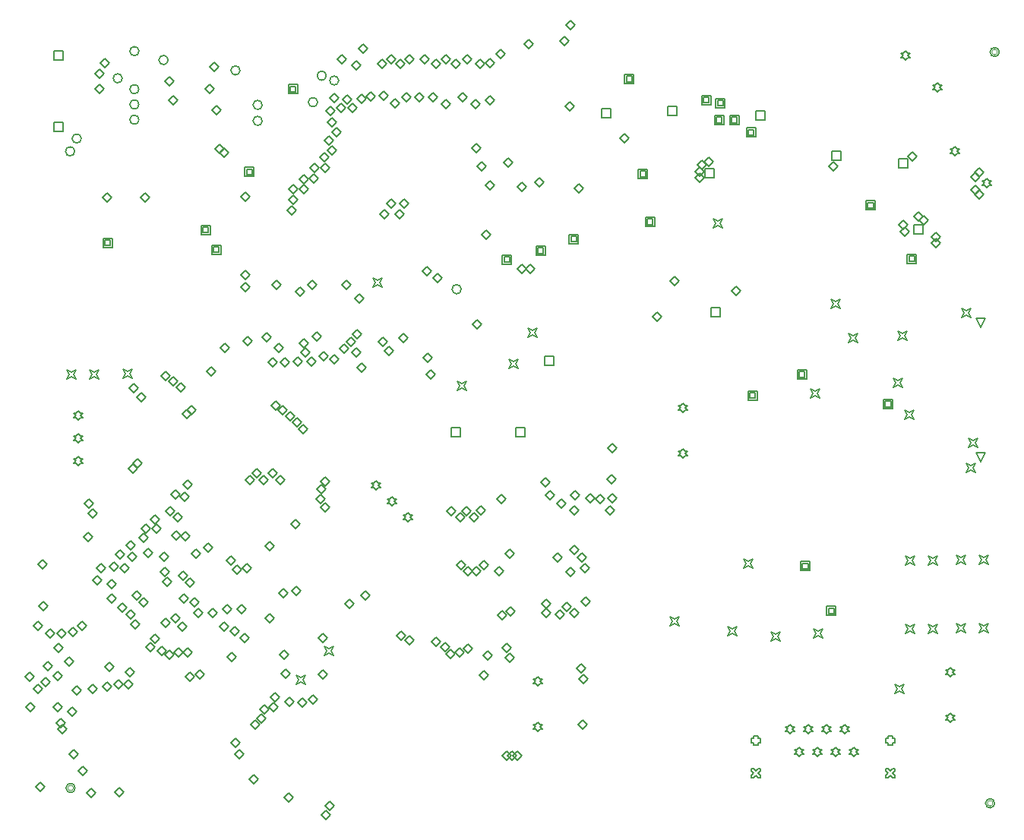
<source format=gbr>
%TF.GenerationSoftware,Altium Limited,Altium Designer,23.1.1 (15)*%
G04 Layer_Color=2752767*
%FSLAX45Y45*%
%MOMM*%
%TF.SameCoordinates,06D7CB19-584F-49B0-A036-24662F40C1B1*%
%TF.FilePolarity,Positive*%
%TF.FileFunction,Drawing*%
%TF.Part,Single*%
G01*
G75*
%TA.AperFunction,NonConductor*%
%ADD185C,0.12700*%
%ADD186C,0.16933*%
%ADD187C,0.10160*%
D185*
X8937190Y-10057330D02*
X8962590Y-10031930D01*
X8987990D01*
X8962590Y-10006530D01*
X8987990Y-9981130D01*
X8962590D01*
X8937190Y-9955730D01*
X8911790Y-9981130D01*
X8886390D01*
X8911790Y-10006530D01*
X8886390Y-10031930D01*
X8911790D01*
X8937190Y-10057330D01*
X9296400Y-10416540D02*
X9321800Y-10391140D01*
X9347200D01*
X9321800Y-10365740D01*
X9347200Y-10340340D01*
X9321800D01*
X9296400Y-10314940D01*
X9271000Y-10340340D01*
X9245600D01*
X9271000Y-10365740D01*
X9245600Y-10391140D01*
X9271000D01*
X9296400Y-10416540D01*
X9484360Y-11125200D02*
X9509760Y-11099800D01*
X9535160D01*
X9509760Y-11074400D01*
X9535160Y-11049000D01*
X9509760D01*
X9484360Y-11023600D01*
X9458960Y-11049000D01*
X9433560D01*
X9458960Y-11074400D01*
X9433560Y-11099800D01*
X9458960D01*
X9484360Y-11125200D01*
X9843570Y-11484410D02*
X9868970Y-11459010D01*
X9894370D01*
X9868970Y-11433610D01*
X9894370Y-11408210D01*
X9868970D01*
X9843570Y-11382810D01*
X9818170Y-11408210D01*
X9792770D01*
X9818170Y-11433610D01*
X9792770Y-11459010D01*
X9818170D01*
X9843570Y-11484410D01*
X9773919Y-13042900D02*
X9723119Y-12941299D01*
X9824719D01*
X9773919Y-13042900D01*
Y-14541499D02*
X9723119Y-14439900D01*
X9824719D01*
X9773919Y-14541499D01*
X3874235Y-14259560D02*
Y-14157961D01*
X3975835D01*
Y-14259560D01*
X3874235D01*
X4598135D02*
Y-14157961D01*
X4699735D01*
Y-14259560D01*
X4598135D01*
X6459220Y-14500861D02*
X6484620Y-14475459D01*
X6510020D01*
X6484620Y-14450060D01*
X6510020Y-14424660D01*
X6484620D01*
X6459220Y-14399260D01*
X6433820Y-14424660D01*
X6408420D01*
X6433820Y-14450060D01*
X6408420Y-14475459D01*
X6433820D01*
X6459220Y-14500861D01*
Y-13992860D02*
X6484620Y-13967461D01*
X6510020D01*
X6484620Y-13942059D01*
X6510020Y-13916660D01*
X6484620D01*
X6459220Y-13891260D01*
X6433820Y-13916660D01*
X6408420D01*
X6433820Y-13942059D01*
X6408420Y-13967461D01*
X6433820D01*
X6459220Y-13992860D01*
X9756140Y-15684500D02*
X9781540Y-15633701D01*
X9756140Y-15582899D01*
X9806940Y-15608299D01*
X9857740Y-15582899D01*
X9832340Y-15633701D01*
X9857740Y-15684500D01*
X9806940Y-15659100D01*
X9756140Y-15684500D01*
Y-16446500D02*
X9781540Y-16395700D01*
X9756140Y-16344901D01*
X9806940Y-16370300D01*
X9857740Y-16344901D01*
X9832340Y-16395700D01*
X9857740Y-16446500D01*
X9806940Y-16421100D01*
X9756140Y-16446500D01*
X9502140Y-15684500D02*
X9527540Y-15633701D01*
X9502140Y-15582899D01*
X9552940Y-15608299D01*
X9603740Y-15582899D01*
X9578340Y-15633701D01*
X9603740Y-15684500D01*
X9552940Y-15659100D01*
X9502140Y-15684500D01*
Y-16446500D02*
X9527540Y-16395700D01*
X9502140Y-16344901D01*
X9552940Y-16370300D01*
X9603740Y-16344901D01*
X9578340Y-16395700D01*
X9603740Y-16446500D01*
X9552940Y-16421100D01*
X9502140Y-16446500D01*
X8935720Y-16449040D02*
X8961120Y-16398241D01*
X8935720Y-16347440D01*
X8986520Y-16372839D01*
X9037320Y-16347440D01*
X9011920Y-16398241D01*
X9037320Y-16449040D01*
X8986520Y-16423640D01*
X8935720Y-16449040D01*
X9189720D02*
X9215120Y-16398241D01*
X9189720Y-16347440D01*
X9240520Y-16372839D01*
X9291320Y-16347440D01*
X9265920Y-16398241D01*
X9291320Y-16449040D01*
X9240520Y-16423640D01*
X9189720Y-16449040D01*
Y-15687041D02*
X9215120Y-15636240D01*
X9189720Y-15585440D01*
X9240520Y-15610840D01*
X9291320Y-15585440D01*
X9265920Y-15636240D01*
X9291320Y-15687041D01*
X9240520Y-15661639D01*
X9189720Y-15687041D01*
X8935720D02*
X8961120Y-15636240D01*
X8935720Y-15585440D01*
X8986520Y-15610840D01*
X9037320Y-15585440D01*
X9011920Y-15636240D01*
X9037320Y-15687041D01*
X8986520Y-15661639D01*
X8935720Y-15687041D01*
X9438639Y-16931641D02*
X9464039Y-16906239D01*
X9489439D01*
X9464039Y-16880840D01*
X9489439Y-16855440D01*
X9464039D01*
X9438639Y-16830040D01*
X9413239Y-16855440D01*
X9387839D01*
X9413239Y-16880840D01*
X9387839Y-16906239D01*
X9413239D01*
X9438639Y-16931641D01*
Y-17439639D02*
X9464039Y-17414240D01*
X9489439D01*
X9464039Y-17388840D01*
X9489439Y-17363440D01*
X9464039D01*
X9438639Y-17338040D01*
X9413239Y-17363440D01*
X9387839D01*
X9413239Y-17388840D01*
X9387839Y-17414240D01*
X9413239D01*
X9438639Y-17439639D01*
X7221220Y-18059401D02*
X7246620D01*
X7272020Y-18034001D01*
X7297420Y-18059401D01*
X7322820D01*
Y-18034001D01*
X7297420Y-18008601D01*
X7322820Y-17983202D01*
Y-17957800D01*
X7297420D01*
X7272020Y-17983202D01*
X7246620Y-17957800D01*
X7221220D01*
Y-17983202D01*
X7246620Y-18008601D01*
X7221220Y-18034001D01*
Y-18059401D01*
X8721222D02*
X8746622D01*
X8772022Y-18034001D01*
X8797422Y-18059401D01*
X8822822D01*
Y-18034001D01*
X8797422Y-18008601D01*
X8822822Y-17983202D01*
Y-17957800D01*
X8797422D01*
X8772022Y-17983202D01*
X8746622Y-17957800D01*
X8721222D01*
Y-17983202D01*
X8746622Y-18008601D01*
X8721222Y-18034001D01*
Y-18059401D01*
X7652019Y-17572401D02*
X7677419Y-17547002D01*
X7702819D01*
X7677419Y-17521600D01*
X7702819Y-17496201D01*
X7677419D01*
X7652019Y-17470801D01*
X7626619Y-17496201D01*
X7601219D01*
X7626619Y-17521600D01*
X7601219Y-17547002D01*
X7626619D01*
X7652019Y-17572401D01*
X7754021Y-17826401D02*
X7779421Y-17801001D01*
X7804821D01*
X7779421Y-17775601D01*
X7804821Y-17750201D01*
X7779421D01*
X7754021Y-17724802D01*
X7728621Y-17750201D01*
X7703221D01*
X7728621Y-17775601D01*
X7703221Y-17801001D01*
X7728621D01*
X7754021Y-17826401D01*
X7958018D02*
X7983418Y-17801001D01*
X8008818D01*
X7983418Y-17775601D01*
X8008818Y-17750201D01*
X7983418D01*
X7958018Y-17724802D01*
X7932618Y-17750201D01*
X7907218D01*
X7932618Y-17775601D01*
X7907218Y-17801001D01*
X7932618D01*
X7958018Y-17826401D01*
X8060019Y-17572401D02*
X8085419Y-17547002D01*
X8110819D01*
X8085419Y-17521600D01*
X8110819Y-17496201D01*
X8085419D01*
X8060019Y-17470801D01*
X8034619Y-17496201D01*
X8009219D01*
X8034619Y-17521600D01*
X8009219Y-17547002D01*
X8034619D01*
X8060019Y-17572401D01*
X7856022D02*
X7881422Y-17547002D01*
X7906822D01*
X7881422Y-17521600D01*
X7906822Y-17496201D01*
X7881422D01*
X7856022Y-17470801D01*
X7830622Y-17496201D01*
X7805222D01*
X7830622Y-17521600D01*
X7805222Y-17547002D01*
X7830622D01*
X7856022Y-17572401D01*
X7248022Y-17674001D02*
Y-17699400D01*
X7298822D01*
Y-17674001D01*
X7324222D01*
Y-17623201D01*
X7298822D01*
Y-17597801D01*
X7248022D01*
Y-17623201D01*
X7222622D01*
Y-17674001D01*
X7248022D01*
X8264022Y-17572401D02*
X8289422Y-17547002D01*
X8314822D01*
X8289422Y-17521600D01*
X8314822Y-17496201D01*
X8289422D01*
X8264022Y-17470801D01*
X8238622Y-17496201D01*
X8213222D01*
X8238622Y-17521600D01*
X8213222Y-17547002D01*
X8238622D01*
X8264022Y-17572401D01*
X8746622Y-17674001D02*
Y-17699400D01*
X8797422D01*
Y-17674001D01*
X8822822D01*
Y-17623201D01*
X8797422D01*
Y-17597801D01*
X8746622D01*
Y-17623201D01*
X8721222D01*
Y-17674001D01*
X8746622D01*
X8366018Y-17826401D02*
X8391418Y-17801001D01*
X8416818D01*
X8391418Y-17775601D01*
X8416818Y-17750201D01*
X8391418D01*
X8366018Y-17724802D01*
X8340618Y-17750201D01*
X8315218D01*
X8340618Y-17775601D01*
X8315218Y-17801001D01*
X8340618D01*
X8366018Y-17826401D01*
X8162021Y-17826402D02*
X8187421Y-17801003D01*
X8212821D01*
X8187421Y-17775603D01*
X8212821Y-17750201D01*
X8187421D01*
X8162021Y-17724802D01*
X8136621Y-17750201D01*
X8111221D01*
X8136621Y-17775603D01*
X8111221Y-17801003D01*
X8136621D01*
X8162021Y-17826402D01*
X4843780Y-17546320D02*
X4869180Y-17520920D01*
X4894580D01*
X4869180Y-17495520D01*
X4894580Y-17470120D01*
X4869180D01*
X4843780Y-17444720D01*
X4818380Y-17470120D01*
X4792980D01*
X4818380Y-17495520D01*
X4792980Y-17520920D01*
X4818380D01*
X4843780Y-17546320D01*
Y-17038319D02*
X4869180Y-17012920D01*
X4894580D01*
X4869180Y-16987520D01*
X4894580Y-16962120D01*
X4869180D01*
X4843780Y-16936720D01*
X4818380Y-16962120D01*
X4792980D01*
X4818380Y-16987520D01*
X4792980Y-17012920D01*
X4818380D01*
X4843780Y-17038319D01*
X2463800Y-16700500D02*
X2489200Y-16649699D01*
X2463800Y-16598900D01*
X2514600Y-16624300D01*
X2565400Y-16598900D01*
X2540000Y-16649699D01*
X2565400Y-16700500D01*
X2514600Y-16675101D01*
X2463800Y-16700500D01*
X2144117Y-17016647D02*
X2169517Y-16965848D01*
X2144117Y-16915048D01*
X2194917Y-16940448D01*
X2245717Y-16915048D01*
X2220317Y-16965848D01*
X2245717Y-17016647D01*
X2194917Y-16991248D01*
X2144117Y-17016647D01*
X3391970Y-15210590D02*
X3417370Y-15185190D01*
X3442770D01*
X3417370Y-15159790D01*
X3442770Y-15134390D01*
X3417370D01*
X3391970Y-15108990D01*
X3366570Y-15134390D01*
X3341170D01*
X3366570Y-15159790D01*
X3341170Y-15185190D01*
X3366570D01*
X3391970Y-15210590D01*
X3032760Y-14851379D02*
X3058160Y-14825980D01*
X3083560D01*
X3058160Y-14800580D01*
X3083560Y-14775180D01*
X3058160D01*
X3032760Y-14749780D01*
X3007360Y-14775180D01*
X2981960D01*
X3007360Y-14800580D01*
X2981960Y-14825980D01*
X3007360D01*
X3032760Y-14851379D01*
X3212365Y-15030984D02*
X3237765Y-15005585D01*
X3263165D01*
X3237765Y-14980185D01*
X3263165Y-14954785D01*
X3237765D01*
X3212365Y-14929385D01*
X3186965Y-14954785D01*
X3161565D01*
X3186965Y-14980185D01*
X3161565Y-15005585D01*
X3186965D01*
X3212365Y-15030984D01*
X-279400Y-14071600D02*
X-254000Y-14046201D01*
X-228600D01*
X-254000Y-14020799D01*
X-228600Y-13995399D01*
X-254000D01*
X-279400Y-13970000D01*
X-304800Y-13995399D01*
X-330200D01*
X-304800Y-14020799D01*
X-330200Y-14046201D01*
X-304800D01*
X-279400Y-14071600D01*
Y-14579601D02*
X-254000Y-14554201D01*
X-228600D01*
X-254000Y-14528799D01*
X-228600Y-14503400D01*
X-254000D01*
X-279400Y-14478000D01*
X-304800Y-14503400D01*
X-330200D01*
X-304800Y-14528799D01*
X-330200Y-14554201D01*
X-304800D01*
X-279400Y-14579601D01*
Y-14325600D02*
X-254000Y-14300200D01*
X-228600D01*
X-254000Y-14274800D01*
X-228600Y-14249400D01*
X-254000D01*
X-279400Y-14224001D01*
X-304800Y-14249400D01*
X-330200D01*
X-304800Y-14274800D01*
X-330200Y-14300200D01*
X-304800D01*
X-279400Y-14325600D01*
X-157479Y-13619479D02*
X-132079Y-13568680D01*
X-157479Y-13517880D01*
X-106679Y-13543280D01*
X-55879Y-13517880D01*
X-81279Y-13568680D01*
X-55879Y-13619479D01*
X-106679Y-13594080D01*
X-157479Y-13619479D01*
X-411479D02*
X-386079Y-13568680D01*
X-411479Y-13517880D01*
X-360679Y-13543280D01*
X-309879Y-13517880D01*
X-335279Y-13568680D01*
X-309879Y-13619479D01*
X-360679Y-13594080D01*
X-411479Y-13619479D01*
X-554700Y-10859684D02*
Y-10758084D01*
X-453100D01*
Y-10859684D01*
X-554700D01*
X-554700Y-10059681D02*
Y-9958081D01*
X-453100D01*
Y-10059681D01*
X-554700D01*
X3823544Y-15088445D02*
X3874344Y-15037643D01*
X3925144Y-15088445D01*
X3874344Y-15139244D01*
X3823544Y-15088445D01*
X5194238Y-15078152D02*
X5245038Y-15027353D01*
X5295838Y-15078152D01*
X5245038Y-15128954D01*
X5194238Y-15078152D01*
X2014220Y-18277840D02*
X2065020Y-18227040D01*
X2115820Y-18277840D01*
X2065020Y-18328641D01*
X2014220Y-18277840D01*
X467360Y-16601440D02*
X518160Y-16550639D01*
X568960Y-16601440D01*
X518160Y-16652240D01*
X467360Y-16601440D01*
X301201Y-16355060D02*
X352001Y-16304260D01*
X402801Y-16355060D01*
X352001Y-16405859D01*
X301201Y-16355060D01*
X2392680Y-16913503D02*
X2443480Y-16862701D01*
X2494280Y-16913503D01*
X2443480Y-16964302D01*
X2392680Y-16913503D01*
X1618629Y-18079720D02*
X1669429Y-18028920D01*
X1720229Y-18079720D01*
X1669429Y-18130521D01*
X1618629Y-18079720D01*
X1457960Y-17800320D02*
X1508760Y-17749519D01*
X1559560Y-17800320D01*
X1508760Y-17851120D01*
X1457960Y-17800320D01*
X5274238Y-16841019D02*
X5325038Y-16790219D01*
X5375838Y-16841019D01*
X5325038Y-16891818D01*
X5274238Y-16841019D01*
X5295900Y-16959579D02*
X5346700Y-16908780D01*
X5397500Y-16959579D01*
X5346700Y-17010381D01*
X5295900Y-16959579D01*
X2027472Y-14034808D02*
X2078272Y-13984007D01*
X2129072Y-14034808D01*
X2078272Y-14085608D01*
X2027472Y-14034808D01*
X2169526Y-14174814D02*
X2220326Y-14124014D01*
X2271126Y-14174814D01*
X2220326Y-14225613D01*
X2169526Y-14174814D01*
X2103694Y-14099541D02*
X2154494Y-14048740D01*
X2205294Y-14099541D01*
X2154494Y-14150340D01*
X2103694Y-14099541D01*
X4076010Y-15155067D02*
X4126810Y-15104268D01*
X4177610Y-15155067D01*
X4126810Y-15205869D01*
X4076010Y-15155067D01*
X3996836Y-15093983D02*
X4047636Y-15043182D01*
X4098436Y-15093983D01*
X4047636Y-15144783D01*
X3996836Y-15093983D01*
X4155440Y-15077440D02*
X4206240Y-15026640D01*
X4257040Y-15077440D01*
X4206240Y-15128239D01*
X4155440Y-15077440D01*
X3921541Y-15159790D02*
X3972341Y-15108990D01*
X4023141Y-15159790D01*
X3972341Y-15210590D01*
X3921541Y-15159790D01*
X694561Y-15091269D02*
X745361Y-15040469D01*
X796161Y-15091269D01*
X745361Y-15142068D01*
X694561Y-15091269D01*
X418905Y-15287585D02*
X469705Y-15236786D01*
X520505Y-15287585D01*
X469705Y-15338387D01*
X418905Y-15287585D01*
X517757Y-15180812D02*
X568557Y-15130013D01*
X619357Y-15180812D01*
X568557Y-15231612D01*
X517757Y-15180812D01*
X771668Y-15155688D02*
X822468Y-15104887D01*
X873268Y-15155688D01*
X822468Y-15206488D01*
X771668Y-15155688D01*
X394993Y-15384685D02*
X445793Y-15333885D01*
X496593Y-15384685D01*
X445793Y-15435484D01*
X394993Y-15384685D01*
X1863998Y-13909290D02*
X1914798Y-13858490D01*
X1965598Y-13909290D01*
X1914798Y-13960091D01*
X1863998Y-13909290D01*
X1946529Y-13965758D02*
X1997329Y-13914957D01*
X2048129Y-13965758D01*
X1997329Y-14016557D01*
X1946529Y-13965758D01*
X3942080Y-13746480D02*
X3967480Y-13695680D01*
X3942080Y-13644881D01*
X3992880Y-13670280D01*
X4043680Y-13644881D01*
X4018280Y-13695680D01*
X4043680Y-13746480D01*
X3992880Y-13721080D01*
X3942080Y-13746480D01*
X4378912Y-14954498D02*
X4429712Y-14903699D01*
X4480512Y-14954498D01*
X4429712Y-15005299D01*
X4378912Y-14954498D01*
X5376868Y-14946841D02*
X5427668Y-14896040D01*
X5478468Y-14946841D01*
X5427668Y-14997641D01*
X5376868Y-14946841D01*
X2865120Y-16032480D02*
X2915920Y-15981680D01*
X2966720Y-16032480D01*
X2915920Y-16083279D01*
X2865120Y-16032480D01*
X5034239Y-16238220D02*
X5085039Y-16187421D01*
X5135839Y-16238220D01*
X5085039Y-16289020D01*
X5034239Y-16238220D01*
X4881880Y-16123988D02*
X4932680Y-16073189D01*
X4983480Y-16123988D01*
X4932680Y-16174789D01*
X4881880Y-16123988D01*
X4394200Y-16253461D02*
X4445000Y-16202660D01*
X4495800Y-16253461D01*
X4445000Y-16304260D01*
X4394200Y-16253461D01*
X4881507Y-16223988D02*
X4932307Y-16173189D01*
X4983107Y-16223988D01*
X4932307Y-16274789D01*
X4881507Y-16223988D01*
X4485555Y-16208060D02*
X4536355Y-16157260D01*
X4587155Y-16208060D01*
X4536355Y-16258859D01*
X4485555Y-16208060D01*
X2093799Y-15978799D02*
X2144599Y-15927998D01*
X2195399Y-15978799D01*
X2144599Y-16029599D01*
X2093799Y-15978799D01*
X3266440Y-16482060D02*
X3317240Y-16431261D01*
X3368040Y-16482060D01*
X3317240Y-16532860D01*
X3266440Y-16482060D01*
X3357880Y-16525240D02*
X3408680Y-16474440D01*
X3459480Y-16525240D01*
X3408680Y-16576041D01*
X3357880Y-16525240D01*
X1325880Y-16179800D02*
X1376680Y-16128999D01*
X1427480Y-16179800D01*
X1376680Y-16230600D01*
X1325880Y-16179800D01*
X1485165Y-16184145D02*
X1535965Y-16133345D01*
X1586765Y-16184145D01*
X1535965Y-16234946D01*
X1485165Y-16184145D01*
X4234240Y-16695419D02*
X4285040Y-16644620D01*
X4335840Y-16695419D01*
X4285040Y-16746220D01*
X4234240Y-16695419D01*
X4188460Y-16918941D02*
X4239260Y-16868140D01*
X4290060Y-16918941D01*
X4239260Y-16969740D01*
X4188460Y-16918941D01*
X4474239Y-16720821D02*
X4525039Y-16670020D01*
X4575839Y-16720821D01*
X4525039Y-16771620D01*
X4474239Y-16720821D01*
X4443428Y-16616702D02*
X4494228Y-16565903D01*
X4545028Y-16616702D01*
X4494228Y-16667502D01*
X4443428Y-16616702D01*
X5154808Y-15769469D02*
X5205608Y-15718669D01*
X5256408Y-15769469D01*
X5205608Y-15820268D01*
X5154808Y-15769469D01*
X5310194Y-15726210D02*
X5360994Y-15675410D01*
X5411794Y-15726210D01*
X5360994Y-15777010D01*
X5310194Y-15726210D01*
X747215Y-14901044D02*
X798015Y-14850244D01*
X848815Y-14901044D01*
X798015Y-14951843D01*
X747215Y-14901044D01*
X756920Y-15359380D02*
X807720Y-15308580D01*
X858520Y-15359380D01*
X807720Y-15410181D01*
X756920Y-15359380D01*
X2419325Y-14758646D02*
X2470125Y-14707846D01*
X2520925Y-14758646D01*
X2470125Y-14809447D01*
X2419325Y-14758646D01*
X858520Y-15369540D02*
X909320Y-15318739D01*
X960120Y-15369540D01*
X909320Y-15420340D01*
X858520Y-15369540D01*
X4354993Y-15756572D02*
X4405793Y-15705772D01*
X4456593Y-15756572D01*
X4405793Y-15807372D01*
X4354993Y-15756572D01*
X4107160Y-15758160D02*
X4157960Y-15707359D01*
X4208760Y-15758160D01*
X4157960Y-15808960D01*
X4107160Y-15758160D01*
X4007160D02*
X4057960Y-15707359D01*
X4108760Y-15758160D01*
X4057960Y-15808960D01*
X4007160Y-15758160D01*
X3932953Y-15690746D02*
X3983753Y-15639944D01*
X4034553Y-15690746D01*
X3983753Y-15741545D01*
X3932953Y-15690746D01*
X4192070Y-15692120D02*
X4242870Y-15641319D01*
X4293670Y-15692120D01*
X4242870Y-15742920D01*
X4192070Y-15692120D01*
X2415454Y-15051978D02*
X2466254Y-15001178D01*
X2517054Y-15051978D01*
X2466254Y-15102779D01*
X2415454Y-15051978D01*
X2364603Y-14955640D02*
X2415403Y-14904840D01*
X2466203Y-14955640D01*
X2415403Y-15006441D01*
X2364603Y-14955640D01*
X1922780Y-14739619D02*
X1973580Y-14688820D01*
X2024380Y-14739619D01*
X1973580Y-14790421D01*
X1922780Y-14739619D01*
X1833880Y-14669698D02*
X1884680Y-14618898D01*
X1935480Y-14669698D01*
X1884680Y-14720499D01*
X1833880Y-14669698D01*
X1728780Y-14740517D02*
X1779580Y-14689716D01*
X1830380Y-14740517D01*
X1779580Y-14791316D01*
X1728780Y-14740517D01*
X2371838Y-14847234D02*
X2422638Y-14796434D01*
X2473438Y-14847234D01*
X2422638Y-14898035D01*
X2371838Y-14847234D01*
X1798299Y-15478799D02*
X1849099Y-15428000D01*
X1899899Y-15478799D01*
X1849099Y-15529601D01*
X1798299Y-15478799D01*
X1838960Y-17274541D02*
X1889760Y-17223740D01*
X1940560Y-17274541D01*
X1889760Y-17325340D01*
X1838960Y-17274541D01*
X5194300Y-16228059D02*
X5245100Y-16177260D01*
X5295900Y-16228059D01*
X5245100Y-16278860D01*
X5194300Y-16228059D01*
X4876800Y-14770100D02*
X4927600Y-14719299D01*
X4978400Y-14770100D01*
X4927600Y-14820900D01*
X4876800Y-14770100D01*
X4925410Y-14910263D02*
X4976210Y-14859464D01*
X5027010Y-14910263D01*
X4976210Y-14961063D01*
X4925410Y-14910263D01*
X5047753Y-15004402D02*
X5098553Y-14953603D01*
X5149353Y-15004402D01*
X5098553Y-15055202D01*
X5047753Y-15004402D01*
X5199843Y-14910263D02*
X5250643Y-14859464D01*
X5301443Y-14910263D01*
X5250643Y-14961063D01*
X5199843Y-14910263D01*
X887295Y-14793140D02*
X938095Y-14742340D01*
X988895Y-14793140D01*
X938095Y-14843941D01*
X887295Y-14793140D01*
X849269Y-14927728D02*
X900069Y-14876929D01*
X950869Y-14927728D01*
X900069Y-14978529D01*
X849269Y-14927728D01*
X5481520Y-14955573D02*
X5532320Y-14904773D01*
X5583120Y-14955573D01*
X5532320Y-15006374D01*
X5481520Y-14955573D01*
X5614881Y-14946841D02*
X5665681Y-14896040D01*
X5716481Y-14946841D01*
X5665681Y-14997641D01*
X5614881Y-14946841D01*
X534818Y-15281458D02*
X585618Y-15230656D01*
X636418Y-15281458D01*
X585618Y-15332257D01*
X534818Y-15281458D01*
X5321300Y-16095979D02*
X5372100Y-16045180D01*
X5422900Y-16095979D01*
X5372100Y-16146780D01*
X5321300Y-16095979D01*
X1975708Y-16901561D02*
X2026508Y-16850761D01*
X2077308Y-16901561D01*
X2026508Y-16952361D01*
X1975708Y-16901561D01*
X1635760Y-17472659D02*
X1686560Y-17421860D01*
X1737360Y-17472659D01*
X1686560Y-17523460D01*
X1635760Y-17472659D01*
X1709420Y-17399001D02*
X1760220Y-17348199D01*
X1811020Y-17399001D01*
X1760220Y-17449800D01*
X1709420Y-17399001D01*
X1743106Y-17303036D02*
X1793906Y-17252237D01*
X1844706Y-17303036D01*
X1793906Y-17353838D01*
X1743106Y-17303036D01*
X1861955Y-17165320D02*
X1912755Y-17114520D01*
X1963555Y-17165320D01*
X1912755Y-17216119D01*
X1861955Y-17165320D01*
X3815080Y-16677640D02*
X3865880Y-16626840D01*
X3916680Y-16677640D01*
X3865880Y-16728439D01*
X3815080Y-16677640D01*
X3914241Y-16664940D02*
X3965041Y-16614140D01*
X4015841Y-16664940D01*
X3965041Y-16715739D01*
X3914241Y-16664940D01*
X4007275Y-16626627D02*
X4058075Y-16575826D01*
X4108875Y-16626627D01*
X4058075Y-16677426D01*
X4007275Y-16626627D01*
X3754241Y-16601559D02*
X3805041Y-16550760D01*
X3855841Y-16601559D01*
X3805041Y-16652361D01*
X3754241Y-16601559D01*
X914400Y-16936720D02*
X965200Y-16885921D01*
X1016000Y-16936720D01*
X965200Y-16987520D01*
X914400Y-16936720D01*
X881711Y-16662428D02*
X932511Y-16611629D01*
X983311Y-16662428D01*
X932511Y-16713228D01*
X881711Y-16662428D01*
X781713Y-16661794D02*
X832513Y-16610992D01*
X883313Y-16661794D01*
X832513Y-16712593D01*
X781713Y-16661794D01*
X686777Y-16693422D02*
X737577Y-16642622D01*
X788377Y-16693422D01*
X737577Y-16744221D01*
X686777Y-16693422D01*
X121920Y-18224500D02*
X172720Y-18173700D01*
X223520Y-18224500D01*
X172720Y-18275301D01*
X121920Y-18224500D01*
X-279751Y-17989015D02*
X-228951Y-17938216D01*
X-178151Y-17989015D01*
X-228951Y-18039815D01*
X-279751Y-17989015D01*
X-78752Y-15726137D02*
X-27952Y-15675337D01*
X22848Y-15726137D01*
X-27952Y-15776936D01*
X-78752Y-15726137D01*
X-120014Y-15862225D02*
X-69214Y-15811424D01*
X-18414Y-15862225D01*
X-69214Y-15913025D01*
X-120014Y-15862225D01*
X65433Y-15710507D02*
X116233Y-15659708D01*
X167033Y-15710507D01*
X116233Y-15761307D01*
X65433Y-15710507D01*
X8107680Y-12827000D02*
X8133080Y-12776200D01*
X8107680Y-12725400D01*
X8158480Y-12750800D01*
X8209280Y-12725400D01*
X8183880Y-12776200D01*
X8209280Y-12827000D01*
X8158480Y-12801601D01*
X8107680Y-12827000D01*
X6995616Y-12631750D02*
X7046416Y-12580950D01*
X7097216Y-12631750D01*
X7046416Y-12682550D01*
X6995616Y-12631750D01*
X8803640Y-13713460D02*
X8829040Y-13662660D01*
X8803640Y-13611861D01*
X8854440Y-13637260D01*
X8905240Y-13611861D01*
X8879840Y-13662660D01*
X8905240Y-13713460D01*
X8854440Y-13688060D01*
X8803640Y-13713460D01*
X8849360Y-13185139D02*
X8874760Y-13134340D01*
X8849360Y-13083540D01*
X8900160Y-13108940D01*
X8950960Y-13083540D01*
X8925560Y-13134340D01*
X8950960Y-13185139D01*
X8900160Y-13159740D01*
X8849360Y-13185139D01*
X5189220Y-12105640D02*
Y-12004040D01*
X5290820D01*
Y-12105640D01*
X5189220D01*
X5209540Y-12085320D02*
Y-12024360D01*
X5270500D01*
Y-12085320D01*
X5209540D01*
X4819432Y-12236232D02*
Y-12134632D01*
X4921032D01*
Y-12236232D01*
X4819432D01*
X4839752Y-12215912D02*
Y-12154952D01*
X4900712D01*
Y-12215912D01*
X4839752D01*
X4917440Y-13464540D02*
Y-13362939D01*
X5019040D01*
Y-13464540D01*
X4917440D01*
X6118459Y-12924541D02*
X6169259Y-12873741D01*
X6220059Y-12924541D01*
X6169259Y-12975340D01*
X6118459Y-12924541D01*
X6314440Y-12522200D02*
X6365240Y-12471400D01*
X6416040Y-12522200D01*
X6365240Y-12573000D01*
X6314440Y-12522200D01*
X5156200Y-9669780D02*
X5207000Y-9618980D01*
X5257800Y-9669780D01*
X5207000Y-9720580D01*
X5156200Y-9669780D01*
X5082540Y-9847580D02*
X5133340Y-9796780D01*
X5184140Y-9847580D01*
X5133340Y-9898380D01*
X5082540Y-9847580D01*
X4686250Y-9880575D02*
X4737050Y-9829775D01*
X4787850Y-9880575D01*
X4737050Y-9931375D01*
X4686250Y-9880575D01*
X2523858Y-10487722D02*
X2574658Y-10436922D01*
X2625458Y-10487722D01*
X2574658Y-10538522D01*
X2523858Y-10487722D01*
X2662213Y-10499257D02*
X2713013Y-10448457D01*
X2763813Y-10499257D01*
X2713013Y-10550057D01*
X2662213Y-10499257D01*
X2824480Y-10492740D02*
X2875280Y-10441940D01*
X2926080Y-10492740D01*
X2875280Y-10543540D01*
X2824480Y-10492740D01*
X2725420Y-10596880D02*
X2776220Y-10546080D01*
X2827020Y-10596880D01*
X2776220Y-10647680D01*
X2725420Y-10596880D01*
X6040120Y-11915140D02*
Y-11813540D01*
X6141720D01*
Y-11915140D01*
X6040120D01*
X6060440Y-11894820D02*
Y-11833860D01*
X6121400D01*
Y-11894820D01*
X6060440D01*
X5242560Y-11488420D02*
X5293360Y-11437620D01*
X5344160Y-11488420D01*
X5293360Y-11539220D01*
X5242560Y-11488420D01*
X4371340Y-9994900D02*
X4422140Y-9944100D01*
X4472940Y-9994900D01*
X4422140Y-10045700D01*
X4371340Y-9994900D01*
X5547360Y-10706100D02*
Y-10604500D01*
X5648960D01*
Y-10706100D01*
X5547360D01*
X2603221Y-10048332D02*
X2654021Y-9997532D01*
X2704821Y-10048332D01*
X2654021Y-10099132D01*
X2603221Y-10048332D01*
X6283960Y-10681970D02*
Y-10580370D01*
X6385560D01*
Y-10681970D01*
X6283960D01*
X2766060Y-10121900D02*
X2816860Y-10071100D01*
X2867660Y-10121900D01*
X2816860Y-10172700D01*
X2766060Y-10121900D01*
X4446070Y-12334240D02*
Y-12232640D01*
X4547670D01*
Y-12334240D01*
X4446070D01*
X4466390Y-12313920D02*
Y-12252960D01*
X4527350D01*
Y-12313920D01*
X4466390D01*
X3671246Y-12493876D02*
X3722046Y-12443076D01*
X3772846Y-12493876D01*
X3722046Y-12544676D01*
X3671246Y-12493876D01*
X3550920Y-12415520D02*
X3601720Y-12364720D01*
X3652520Y-12415520D01*
X3601720Y-12466320D01*
X3550920Y-12415520D01*
X-4028Y-12148820D02*
Y-12047220D01*
X97572D01*
Y-12148820D01*
X-4028D01*
X16292Y-12128500D02*
Y-12067540D01*
X77252D01*
Y-12128500D01*
X16292D01*
X-10160Y-11595100D02*
X40640Y-11544300D01*
X91440Y-11595100D01*
X40640Y-11645900D01*
X-10160Y-11595100D01*
X408940Y-11592560D02*
X459740Y-11541760D01*
X510540Y-11592560D01*
X459740Y-11643360D01*
X408940Y-11592560D01*
X5808980Y-10322560D02*
Y-10220960D01*
X5910580D01*
Y-10322560D01*
X5808980D01*
X5829300Y-10302240D02*
Y-10241280D01*
X5890260D01*
Y-10302240D01*
X5829300D01*
X5961380Y-11381740D02*
Y-11280140D01*
X6062980D01*
Y-11381740D01*
X5961380D01*
X5981700Y-11361420D02*
Y-11300460D01*
X6042660D01*
Y-11361420D01*
X5981700D01*
X723900Y-10510520D02*
X774700Y-10459720D01*
X825500Y-10510520D01*
X774700Y-10561320D01*
X723900Y-10510520D01*
X1183640Y-10134600D02*
X1234440Y-10083800D01*
X1285240Y-10134600D01*
X1234440Y-10185400D01*
X1183640Y-10134600D01*
X686864Y-10297758D02*
X737664Y-10246958D01*
X788464Y-10297758D01*
X737664Y-10348558D01*
X686864Y-10297758D01*
X2059940Y-10434320D02*
Y-10332720D01*
X2161540D01*
Y-10434320D01*
X2059940D01*
X2080260Y-10414000D02*
Y-10353040D01*
X2141220D01*
Y-10414000D01*
X2080260D01*
X1575870Y-11359857D02*
Y-11258257D01*
X1677470D01*
Y-11359857D01*
X1575870D01*
X1596190Y-11339537D02*
Y-11278577D01*
X1657150D01*
Y-11339537D01*
X1596190D01*
X2479040Y-10629900D02*
X2529840Y-10579100D01*
X2580640Y-10629900D01*
X2529840Y-10680700D01*
X2479040Y-10629900D01*
X1205501Y-12226401D02*
Y-12124801D01*
X1307101D01*
Y-12226401D01*
X1205501D01*
X1225821Y-12206081D02*
Y-12145121D01*
X1286781D01*
Y-12206081D01*
X1225821D01*
X3251200Y-11783060D02*
X3302000Y-11732260D01*
X3352800Y-11783060D01*
X3302000Y-11833860D01*
X3251200Y-11783060D01*
X3081020D02*
X3131820Y-11732260D01*
X3182620Y-11783060D01*
X3131820Y-11833860D01*
X3081020Y-11783060D01*
X3002180Y-12588507D02*
X3027580Y-12537707D01*
X3002180Y-12486907D01*
X3052980Y-12512307D01*
X3103780Y-12486907D01*
X3078380Y-12537707D01*
X3103780Y-12588507D01*
X3052980Y-12563107D01*
X3002180Y-12588507D01*
X3157220Y-11663680D02*
X3208020Y-11612880D01*
X3258820Y-11663680D01*
X3208020Y-11714480D01*
X3157220Y-11663680D01*
X3301520Y-11659335D02*
X3352320Y-11608535D01*
X3403120Y-11659335D01*
X3352320Y-11710135D01*
X3301520Y-11659335D01*
X1529080Y-11582968D02*
X1579880Y-11532168D01*
X1630680Y-11582968D01*
X1579880Y-11633768D01*
X1529080Y-11582968D01*
X1244600Y-11049000D02*
X1295400Y-10998200D01*
X1346200Y-11049000D01*
X1295400Y-11099800D01*
X1244600Y-11049000D01*
X1290320Y-11094720D02*
X1341120Y-11043920D01*
X1391920Y-11094720D01*
X1341120Y-11145520D01*
X1290320Y-11094720D01*
X1085650Y-12004040D02*
Y-11902440D01*
X1187250D01*
Y-12004040D01*
X1085650D01*
X1105970Y-11983720D02*
Y-11922760D01*
X1166930D01*
Y-11983720D01*
X1105970D01*
X4211020Y-12009520D02*
X4261820Y-11958720D01*
X4312620Y-12009520D01*
X4261820Y-12060320D01*
X4211020Y-12009520D01*
X4255658Y-11460480D02*
X4306458Y-11409680D01*
X4357258Y-11460480D01*
X4306458Y-11511280D01*
X4255658Y-11460480D01*
X4805680Y-11427460D02*
X4856480Y-11376660D01*
X4907280Y-11427460D01*
X4856480Y-11478260D01*
X4805680Y-11427460D01*
X4612640Y-11473180D02*
X4663440Y-11422380D01*
X4714240Y-11473180D01*
X4663440Y-11523980D01*
X4612640Y-11473180D01*
X4099560Y-11046880D02*
X4150360Y-10996080D01*
X4201160Y-11046880D01*
X4150360Y-11097680D01*
X4099560Y-11046880D01*
X7165340Y-10916920D02*
Y-10815320D01*
X7266940D01*
Y-10916920D01*
X7165340D01*
X7185660Y-10896600D02*
Y-10835640D01*
X7246620D01*
Y-10896600D01*
X7185660D01*
X6766560Y-12918440D02*
Y-12816840D01*
X6868160D01*
Y-12918440D01*
X6766560D01*
X6797040Y-11927840D02*
X6822440Y-11877040D01*
X6797040Y-11826240D01*
X6847840Y-11851640D01*
X6898640Y-11826240D01*
X6873240Y-11877040D01*
X6898640Y-11927840D01*
X6847840Y-11902440D01*
X6797040Y-11927840D01*
X2844875Y-9933940D02*
X2895675Y-9883140D01*
X2946475Y-9933940D01*
X2895675Y-9984740D01*
X2844875Y-9933940D01*
X5755640Y-10934700D02*
X5806440Y-10883900D01*
X5857240Y-10934700D01*
X5806440Y-10985500D01*
X5755640Y-10934700D01*
X5148580Y-10576560D02*
X5199380Y-10525760D01*
X5250180Y-10576560D01*
X5199380Y-10627360D01*
X5148580Y-10576560D01*
X4254500Y-10507980D02*
X4305300Y-10457180D01*
X4356100Y-10507980D01*
X4305300Y-10558780D01*
X4254500Y-10507980D01*
X4612640Y-12392660D02*
X4663440Y-12341860D01*
X4714240Y-12392660D01*
X4663440Y-12443460D01*
X4612640Y-12392660D01*
X4706620Y-12390120D02*
X4757420Y-12339320D01*
X4808220Y-12390120D01*
X4757420Y-12440920D01*
X4706620Y-12390120D01*
X6596380Y-11301530D02*
X6647180Y-11250730D01*
X6697980Y-11301530D01*
X6647180Y-11352330D01*
X6596380Y-11301530D01*
X3289300Y-13159740D02*
X3340100Y-13108940D01*
X3390900Y-13159740D01*
X3340100Y-13210539D01*
X3289300Y-13159740D01*
X3061543Y-13202921D02*
X3112343Y-13152119D01*
X3163143Y-13202921D01*
X3112343Y-13253720D01*
X3061543Y-13202921D01*
X6621780Y-11226800D02*
X6672580Y-11176000D01*
X6723380Y-11226800D01*
X6672580Y-11277600D01*
X6621780Y-11226800D01*
X6980655Y-10779760D02*
Y-10678160D01*
X7082255D01*
Y-10779760D01*
X6980655D01*
X7000975Y-10759440D02*
Y-10698480D01*
X7061935D01*
Y-10759440D01*
X7000975D01*
X6809740Y-10779760D02*
Y-10678160D01*
X6911340D01*
Y-10779760D01*
X6809740D01*
X6830060Y-10759440D02*
Y-10698480D01*
X6891020D01*
Y-10759440D01*
X6830060D01*
X6824385Y-10590590D02*
Y-10488990D01*
X6925985D01*
Y-10590590D01*
X6824385D01*
X6844705Y-10570270D02*
Y-10509310D01*
X6905665D01*
Y-10570270D01*
X6844705D01*
X6664960Y-10558780D02*
Y-10457180D01*
X6766560D01*
Y-10558780D01*
X6664960D01*
X6685280Y-10538460D02*
Y-10477500D01*
X6746240D01*
Y-10538460D01*
X6685280D01*
X7266940Y-10731500D02*
Y-10629900D01*
X7368540D01*
Y-10731500D01*
X7266940D01*
X6692900Y-11196320D02*
X6743700Y-11145520D01*
X6794500Y-11196320D01*
X6743700Y-11247120D01*
X6692900Y-11196320D01*
X6596380Y-11376660D02*
X6647180Y-11325860D01*
X6697980Y-11376660D01*
X6647180Y-11427460D01*
X6596380Y-11376660D01*
X6705600Y-11371580D02*
Y-11269980D01*
X6807200D01*
Y-11371580D01*
X6705600D01*
X1526566Y-12460236D02*
X1577366Y-12409436D01*
X1628166Y-12460236D01*
X1577366Y-12511036D01*
X1526566Y-12460236D01*
X8079740Y-11244580D02*
X8130540Y-11193780D01*
X8181340Y-11244580D01*
X8130540Y-11295380D01*
X8079740Y-11244580D01*
X8120380Y-11181080D02*
Y-11079480D01*
X8221980D01*
Y-11181080D01*
X8120380D01*
X8960784Y-11136095D02*
X9011584Y-11085295D01*
X9062384Y-11136095D01*
X9011584Y-11186895D01*
X8960784Y-11136095D01*
X9707880Y-11559540D02*
X9758680Y-11508740D01*
X9809480Y-11559540D01*
X9758680Y-11610340D01*
X9707880Y-11559540D01*
X9664700Y-11508740D02*
X9715500Y-11457940D01*
X9766300Y-11508740D01*
X9715500Y-11559540D01*
X9664700Y-11508740D01*
X9707880Y-11313160D02*
X9758680Y-11262360D01*
X9809480Y-11313160D01*
X9758680Y-11363960D01*
X9707880Y-11313160D01*
X9662160Y-11366500D02*
X9712960Y-11315700D01*
X9763760Y-11366500D01*
X9712960Y-11417300D01*
X9662160Y-11366500D01*
X8859520Y-11259820D02*
Y-11158220D01*
X8961120D01*
Y-11259820D01*
X8859520D01*
X9568180Y-12931140D02*
X9593580Y-12880341D01*
X9568180Y-12829539D01*
X9618980Y-12854939D01*
X9669780Y-12829539D01*
X9644380Y-12880341D01*
X9669780Y-12931140D01*
X9618980Y-12905740D01*
X9568180Y-12931140D01*
X8864600Y-11899900D02*
X8915400Y-11849100D01*
X8966200Y-11899900D01*
X8915400Y-11950700D01*
X8864600Y-11899900D01*
X8874760Y-11971020D02*
X8925560Y-11920220D01*
X8976360Y-11971020D01*
X8925560Y-12021820D01*
X8874760Y-11971020D01*
X9222740Y-12100560D02*
X9273540Y-12049760D01*
X9324340Y-12100560D01*
X9273540Y-12151360D01*
X9222740Y-12100560D01*
X9227820Y-12031980D02*
X9278620Y-11981180D01*
X9329420Y-12031980D01*
X9278620Y-12082780D01*
X9227820Y-12031980D01*
X9093200Y-11849100D02*
X9144000Y-11798300D01*
X9194800Y-11849100D01*
X9144000Y-11899900D01*
X9093200Y-11849100D01*
X9027160Y-11808460D02*
X9077960Y-11757660D01*
X9128760Y-11808460D01*
X9077960Y-11859260D01*
X9027160Y-11808460D01*
Y-11998960D02*
Y-11897360D01*
X9128760D01*
Y-11998960D01*
X9027160D01*
X8497825Y-11732260D02*
Y-11630660D01*
X8599425D01*
Y-11732260D01*
X8497825D01*
X8518145Y-11711940D02*
Y-11650980D01*
X8579105D01*
Y-11711940D01*
X8518145D01*
X8956040Y-12326620D02*
Y-12225020D01*
X9057640D01*
Y-12326620D01*
X8956040D01*
X8976360Y-12306300D02*
Y-12245340D01*
X9037320D01*
Y-12306300D01*
X8976360D01*
X4462780Y-11203940D02*
X4513580Y-11153140D01*
X4564380Y-11203940D01*
X4513580Y-11254740D01*
X4462780Y-11203940D01*
X4159942Y-11250080D02*
X4210742Y-11199280D01*
X4261542Y-11250080D01*
X4210742Y-11300880D01*
X4159942Y-11250080D01*
X8691880Y-13947774D02*
Y-13846175D01*
X8793480D01*
Y-13947774D01*
X8691880D01*
X8712200Y-13927454D02*
Y-13866495D01*
X8773160D01*
Y-13927454D01*
X8712200D01*
X7182049Y-13851031D02*
Y-13749432D01*
X7283649D01*
Y-13851031D01*
X7182049D01*
X7202369Y-13830711D02*
Y-13769753D01*
X7263329D01*
Y-13830711D01*
X7202369D01*
X7731324Y-13616940D02*
Y-13515340D01*
X7832924D01*
Y-13616940D01*
X7731324D01*
X7751644Y-13596620D02*
Y-13535660D01*
X7812604D01*
Y-13596620D01*
X7751644D01*
X8303260Y-13208000D02*
X8328660Y-13157201D01*
X8303260Y-13106400D01*
X8354060Y-13131799D01*
X8404860Y-13106400D01*
X8379460Y-13157201D01*
X8404860Y-13208000D01*
X8354060Y-13182600D01*
X8303260Y-13208000D01*
X5593080Y-15082520D02*
X5643880Y-15031720D01*
X5694680Y-15082520D01*
X5643880Y-15133321D01*
X5593080Y-15082520D01*
X5615940Y-14386560D02*
X5666740Y-14335760D01*
X5717540Y-14386560D01*
X5666740Y-14437360D01*
X5615940Y-14386560D01*
X4726940Y-13152119D02*
X4752340Y-13101320D01*
X4726940Y-13050520D01*
X4777740Y-13075920D01*
X4828540Y-13050520D01*
X4803140Y-13101320D01*
X4828540Y-13152119D01*
X4777740Y-13126720D01*
X4726940Y-13152119D01*
X4254500Y-10096500D02*
X4305300Y-10045700D01*
X4356100Y-10096500D01*
X4305300Y-10147300D01*
X4254500Y-10096500D01*
X2296160Y-11264900D02*
X2346960Y-11214100D01*
X2397760Y-11264900D01*
X2346960Y-11315700D01*
X2296160Y-11264900D01*
X2413000Y-11145520D02*
X2463800Y-11094720D01*
X2514600Y-11145520D01*
X2463800Y-11196320D01*
X2413000Y-11145520D01*
X2495077Y-11068809D02*
X2545877Y-11018009D01*
X2596677Y-11068809D01*
X2545877Y-11119609D01*
X2495077Y-11068809D01*
X2461260Y-10955020D02*
X2512060Y-10904220D01*
X2562860Y-10955020D01*
X2512060Y-11005820D01*
X2461260Y-10955020D01*
X3195320Y-10546080D02*
X3246120Y-10495280D01*
X3296920Y-10546080D01*
X3246120Y-10596880D01*
X3195320Y-10546080D01*
X2926080Y-10464800D02*
X2976880Y-10414000D01*
X3027680Y-10464800D01*
X2976880Y-10515600D01*
X2926080Y-10464800D01*
X4142740Y-10099040D02*
X4193540Y-10048240D01*
X4244340Y-10099040D01*
X4193540Y-10149840D01*
X4142740Y-10099040D01*
X4091940Y-10551160D02*
X4142740Y-10500360D01*
X4193540Y-10551160D01*
X4142740Y-10601960D01*
X4091940Y-10551160D01*
X4003218Y-10055860D02*
X4054018Y-10005060D01*
X4104818Y-10055860D01*
X4054018Y-10106660D01*
X4003218Y-10055860D01*
X3953215Y-10474960D02*
X4004015Y-10424160D01*
X4054815Y-10474960D01*
X4004015Y-10525760D01*
X3953215Y-10474960D01*
X3876040Y-10099040D02*
X3926840Y-10048240D01*
X3977640Y-10099040D01*
X3926840Y-10149840D01*
X3876040Y-10099040D01*
X3761740Y-10055860D02*
X3812540Y-10005060D01*
X3863340Y-10055860D01*
X3812540Y-10106660D01*
X3761740Y-10055860D01*
Y-10551160D02*
X3812540Y-10500360D01*
X3863340Y-10551160D01*
X3812540Y-10601960D01*
X3761740Y-10551160D01*
X3653216Y-10099040D02*
X3704016Y-10048240D01*
X3754816Y-10099040D01*
X3704016Y-10149840D01*
X3653216Y-10099040D01*
X3622040Y-10474960D02*
X3672840Y-10424160D01*
X3723640Y-10474960D01*
X3672840Y-10525760D01*
X3622040Y-10474960D01*
X3530600Y-10055860D02*
X3581400Y-10005060D01*
X3632200Y-10055860D01*
X3581400Y-10106660D01*
X3530600Y-10055860D01*
X3467100Y-10474960D02*
X3517900Y-10424160D01*
X3568700Y-10474960D01*
X3517900Y-10525760D01*
X3467100Y-10474960D01*
X3355340Y-10050780D02*
X3406140Y-9999980D01*
X3456940Y-10050780D01*
X3406140Y-10101580D01*
X3355340Y-10050780D01*
X3322303Y-10478523D02*
X3373103Y-10427723D01*
X3423903Y-10478523D01*
X3373103Y-10529323D01*
X3322303Y-10478523D01*
X3253740Y-10099040D02*
X3304540Y-10048240D01*
X3355340Y-10099040D01*
X3304540Y-10149840D01*
X3253740Y-10099040D01*
X3152140Y-10050780D02*
X3202940Y-9999980D01*
X3253740Y-10050780D01*
X3202940Y-10101580D01*
X3152140Y-10050780D01*
X3073400Y-10457180D02*
X3124200Y-10406380D01*
X3175000Y-10457180D01*
X3124200Y-10507980D01*
X3073400Y-10457180D01*
X3053080Y-10099040D02*
X3103880Y-10048240D01*
X3154680Y-10099040D01*
X3103880Y-10149840D01*
X3053080Y-10099040D01*
X2049058Y-11733730D02*
X2099858Y-11682930D01*
X2150658Y-11733730D01*
X2099858Y-11784530D01*
X2049058Y-11733730D01*
X2065020Y-11617960D02*
X2115820Y-11567160D01*
X2166620Y-11617960D01*
X2115820Y-11668760D01*
X2065020Y-11617960D01*
Y-11498580D02*
X2115820Y-11447780D01*
X2166620Y-11498580D01*
X2115820Y-11549380D01*
X2065020Y-11498580D01*
X2181860D02*
X2232660Y-11447780D01*
X2283460Y-11498580D01*
X2232660Y-11549380D01*
X2181860Y-11498580D01*
Y-11386820D02*
X2232660Y-11336020D01*
X2283460Y-11386820D01*
X2232660Y-11437620D01*
X2181860Y-11386820D01*
X2293620Y-11381740D02*
X2344420Y-11330940D01*
X2395220Y-11381740D01*
X2344420Y-11432540D01*
X2293620Y-11381740D01*
X2415540Y-11259820D02*
X2466340Y-11209020D01*
X2517140Y-11259820D01*
X2466340Y-11310620D01*
X2415540Y-11259820D01*
X2544668Y-10866120D02*
X2595468Y-10815320D01*
X2646268Y-10866120D01*
X2595468Y-10916920D01*
X2544668Y-10866120D01*
X2495077Y-10752922D02*
X2545877Y-10702122D01*
X2596677Y-10752922D01*
X2545877Y-10803722D01*
X2495077Y-10752922D01*
X2595338Y-10596880D02*
X2646138Y-10546080D01*
X2696938Y-10596880D01*
X2646138Y-10647680D01*
X2595338Y-10596880D01*
X2657803Y-12565380D02*
X2708603Y-12514580D01*
X2759403Y-12565380D01*
X2708603Y-12616180D01*
X2657803Y-12565380D01*
X2140100Y-12639040D02*
X2190900Y-12588240D01*
X2241700Y-12639040D01*
X2190900Y-12689840D01*
X2140100Y-12639040D01*
X1968500Y-13431520D02*
X2019300Y-13380721D01*
X2070100Y-13431520D01*
X2019300Y-13482320D01*
X1968500Y-13431520D01*
X1902460Y-13266110D02*
X1953260Y-13215311D01*
X2004060Y-13266110D01*
X1953260Y-13316910D01*
X1902460Y-13266110D01*
X2263140Y-13423900D02*
X2313940Y-13373100D01*
X2364740Y-13423900D01*
X2313940Y-13474699D01*
X2263140Y-13423900D01*
X1526566Y-12593023D02*
X1577366Y-12542223D01*
X1628166Y-12593023D01*
X1577366Y-12643823D01*
X1526566Y-12593023D01*
X2801620Y-12717780D02*
X2852420Y-12666980D01*
X2903220Y-12717780D01*
X2852420Y-12768580D01*
X2801620Y-12717780D01*
X2273300Y-12565380D02*
X2324100Y-12514580D01*
X2374900Y-12565380D01*
X2324100Y-12616180D01*
X2273300Y-12565380D01*
X1877060D02*
X1927860Y-12514580D01*
X1978660Y-12565380D01*
X1927860Y-12616180D01*
X1877060Y-12565380D01*
X-551180Y-16616679D02*
X-500380Y-16565880D01*
X-449580Y-16616679D01*
X-500380Y-16667480D01*
X-551180Y-16616679D01*
X-668319Y-16818739D02*
X-617519Y-16767940D01*
X-566719Y-16818739D01*
X-617519Y-16869539D01*
X-668319Y-16818739D01*
X-876300Y-16936720D02*
X-825500Y-16885921D01*
X-774700Y-16936720D01*
X-825500Y-16987520D01*
X-876300Y-16936720D01*
X-701040Y-16992599D02*
X-650240Y-16941800D01*
X-599440Y-16992599D01*
X-650240Y-17043401D01*
X-701040Y-16992599D01*
X-294102Y-16367760D02*
X-243302Y-16316960D01*
X-192502Y-16367760D01*
X-243302Y-16418559D01*
X-294102Y-16367760D01*
X1133910Y-10380549D02*
X1184710Y-10329749D01*
X1235510Y-10380549D01*
X1184710Y-10431349D01*
X1133910Y-10380549D01*
X1211580Y-10619740D02*
X1262380Y-10568940D01*
X1313180Y-10619740D01*
X1262380Y-10670540D01*
X1211580Y-10619740D01*
X-96520Y-10213340D02*
X-45720Y-10162540D01*
X5080Y-10213340D01*
X-45720Y-10264140D01*
X-96520Y-10213340D01*
X-40640Y-10097666D02*
X10160Y-10046866D01*
X60960Y-10097666D01*
X10160Y-10148466D01*
X-40640Y-10097666D01*
X-96520Y-10383520D02*
X-45720Y-10332720D01*
X5080Y-10383520D01*
X-45720Y-10434320D01*
X-96520Y-10383520D01*
X9611360Y-14658340D02*
X9636760Y-14607539D01*
X9611360Y-14556740D01*
X9662160Y-14582140D01*
X9712960Y-14556740D01*
X9687560Y-14607539D01*
X9712960Y-14658340D01*
X9662160Y-14632941D01*
X9611360Y-14658340D01*
X9639300Y-14381480D02*
X9664700Y-14330679D01*
X9639300Y-14279880D01*
X9690100Y-14305280D01*
X9740900Y-14279880D01*
X9715500Y-14330679D01*
X9740900Y-14381480D01*
X9690100Y-14356081D01*
X9639300Y-14381480D01*
X-221875Y-15379370D02*
X-171075Y-15328571D01*
X-120275Y-15379370D01*
X-171075Y-15430170D01*
X-221875Y-15379370D01*
X1654738Y-14669698D02*
X1705538Y-14618898D01*
X1756338Y-14669698D01*
X1705538Y-14720499D01*
X1654738Y-14669698D01*
X15847Y-16823027D02*
X66647Y-16772227D01*
X117447Y-16823027D01*
X66647Y-16873827D01*
X15847Y-16823027D01*
X160020Y-16164560D02*
X210820Y-16113760D01*
X261620Y-16164560D01*
X210820Y-16215359D01*
X160020Y-16164560D01*
X254000Y-16243300D02*
X304800Y-16192500D01*
X355600Y-16243300D01*
X304800Y-16294099D01*
X254000Y-16243300D01*
X317500Y-16027400D02*
X368300Y-15976601D01*
X419100Y-16027400D01*
X368300Y-16078200D01*
X317500Y-16027400D01*
X392396Y-16107443D02*
X443196Y-16056644D01*
X493996Y-16107443D01*
X443196Y-16158244D01*
X392396Y-16107443D01*
X1374747Y-16712593D02*
X1425547Y-16661794D01*
X1476347Y-16712593D01*
X1425547Y-16763393D01*
X1374747Y-16712593D01*
X1955800Y-16004539D02*
X2006600Y-15953740D01*
X2057400Y-16004539D01*
X2006600Y-16055341D01*
X1955800Y-16004539D01*
X1961751Y-16691211D02*
X2012551Y-16640411D01*
X2063351Y-16691211D01*
X2012551Y-16742010D01*
X1961751Y-16691211D01*
X-728980Y-15684500D02*
X-678180Y-15633701D01*
X-627380Y-15684500D01*
X-678180Y-15735300D01*
X-728980Y-15684500D01*
X-436880Y-16769080D02*
X-386080Y-16718280D01*
X-335280Y-16769080D01*
X-386080Y-16819881D01*
X-436880Y-16769080D01*
X-563880Y-16929100D02*
X-513080Y-16878300D01*
X-462280Y-16929100D01*
X-513080Y-16979900D01*
X-563880Y-16929100D01*
X-561340Y-17272000D02*
X-510540Y-17221201D01*
X-459740Y-17272000D01*
X-510540Y-17322800D01*
X-561340Y-17272000D01*
X-401320Y-17327879D02*
X-350520Y-17277080D01*
X-299720Y-17327879D01*
X-350520Y-17378680D01*
X-401320Y-17327879D01*
X228600Y-17023080D02*
X279400Y-16972279D01*
X330200Y-17023080D01*
X279400Y-17073880D01*
X228600Y-17023080D01*
X246380Y-16880840D02*
X297180Y-16830040D01*
X347980Y-16880840D01*
X297180Y-16931641D01*
X246380Y-16880840D01*
X1168400Y-16225520D02*
X1219200Y-16174719D01*
X1270000Y-16225520D01*
X1219200Y-16276320D01*
X1168400Y-16225520D01*
X907471Y-15883311D02*
X958271Y-15832510D01*
X1009071Y-15883311D01*
X958271Y-15934111D01*
X907471Y-15883311D01*
X-510540Y-17523460D02*
X-459740Y-17472659D01*
X-408940Y-17523460D01*
X-459740Y-17574260D01*
X-510540Y-17523460D01*
X-726440Y-16144240D02*
X-675640Y-16093440D01*
X-624840Y-16144240D01*
X-675640Y-16195039D01*
X-726440Y-16144240D01*
X-779780Y-16367760D02*
X-728980Y-16316960D01*
X-678180Y-16367760D01*
X-728980Y-16418559D01*
X-779780Y-16367760D01*
X838200Y-15806419D02*
X889000Y-15755620D01*
X939800Y-15806419D01*
X889000Y-15857220D01*
X838200Y-15806419D01*
X627380Y-15600681D02*
X678180Y-15549879D01*
X728980Y-15600681D01*
X678180Y-15651480D01*
X627380Y-15600681D01*
X444699Y-15555161D02*
X495499Y-15504361D01*
X546299Y-15555161D01*
X495499Y-15605962D01*
X444699Y-15555161D01*
X632460Y-15770860D02*
X683260Y-15720061D01*
X734060Y-15770860D01*
X683260Y-15821660D01*
X632460Y-15770860D01*
X660400Y-15875000D02*
X711200Y-15824200D01*
X762000Y-15875000D01*
X711200Y-15925800D01*
X660400Y-15875000D01*
X975360Y-15560040D02*
X1026160Y-15509241D01*
X1076960Y-15560040D01*
X1026160Y-15610840D01*
X975360Y-15560040D01*
X881380Y-14008099D02*
X932180Y-13957300D01*
X982980Y-14008099D01*
X932180Y-14058900D01*
X881380Y-14008099D01*
X927100Y-13959840D02*
X977900Y-13909039D01*
X1028700Y-13959840D01*
X977900Y-14010640D01*
X927100Y-13959840D01*
X810260Y-13713460D02*
X861060Y-13662660D01*
X911860Y-13713460D01*
X861060Y-13764259D01*
X810260Y-13713460D01*
X276127Y-14613353D02*
X326927Y-14562553D01*
X377727Y-14613353D01*
X326927Y-14664153D01*
X276127Y-14613353D01*
X325120Y-14556740D02*
X375920Y-14505940D01*
X426720Y-14556740D01*
X375920Y-14607539D01*
X325120Y-14556740D01*
X287020Y-13716000D02*
X337820Y-13665199D01*
X388620Y-13716000D01*
X337820Y-13766800D01*
X287020Y-13716000D01*
X365760Y-13822681D02*
X416560Y-13771880D01*
X467360Y-13822681D01*
X416560Y-13873480D01*
X365760Y-13822681D01*
X213360Y-13604240D02*
X238760Y-13553439D01*
X213360Y-13502640D01*
X264160Y-13528040D01*
X314960Y-13502640D01*
X289560Y-13553439D01*
X314960Y-13604240D01*
X264160Y-13578841D01*
X213360Y-13604240D01*
X3652520Y-16543021D02*
X3703320Y-16492220D01*
X3754120Y-16543021D01*
X3703320Y-16593820D01*
X3652520Y-16543021D01*
X5608320Y-14737080D02*
X5659120Y-14686279D01*
X5709920Y-14737080D01*
X5659120Y-14787880D01*
X5608320Y-14737080D01*
X5107940Y-16154401D02*
X5158740Y-16103600D01*
X5209540Y-16154401D01*
X5158740Y-16205200D01*
X5107940Y-16154401D01*
X5290820Y-17470120D02*
X5341620Y-17419321D01*
X5392420Y-17470120D01*
X5341620Y-17520920D01*
X5290820Y-17470120D01*
X5198200Y-15518040D02*
X5249000Y-15467239D01*
X5299800Y-15518040D01*
X5249000Y-15568840D01*
X5198200Y-15518040D01*
X5283200Y-15605760D02*
X5334000Y-15554961D01*
X5384800Y-15605760D01*
X5334000Y-15656560D01*
X5283200Y-15605760D01*
X5011420D02*
X5062220Y-15554961D01*
X5113020Y-15605760D01*
X5062220Y-15656560D01*
X5011420Y-15605760D01*
X-215900Y-15003780D02*
X-165100Y-14952980D01*
X-114300Y-15003780D01*
X-165100Y-15054581D01*
X-215900Y-15003780D01*
X-176420Y-15115540D02*
X-125620Y-15064740D01*
X-74820Y-15115540D01*
X-125620Y-15166341D01*
X-176420Y-15115540D01*
X1369060Y-15636240D02*
X1419860Y-15585440D01*
X1470660Y-15636240D01*
X1419860Y-15687041D01*
X1369060Y-15636240D01*
X1546860Y-15722600D02*
X1597660Y-15671800D01*
X1648460Y-15722600D01*
X1597660Y-15773399D01*
X1546860Y-15722600D01*
X1440180Y-15745461D02*
X1490980Y-15694659D01*
X1541780Y-15745461D01*
X1490980Y-15796260D01*
X1440180Y-15745461D01*
X1112520Y-15494000D02*
X1163320Y-15443201D01*
X1214120Y-15494000D01*
X1163320Y-15544800D01*
X1112520Y-15494000D01*
X-525780Y-17454880D02*
X-474980Y-17404080D01*
X-424180Y-17454880D01*
X-474980Y-17505679D01*
X-525780Y-17454880D01*
X-185420Y-18232120D02*
X-134620Y-18181320D01*
X-83820Y-18232120D01*
X-134620Y-18282919D01*
X-185420Y-18232120D01*
X4439920Y-17818100D02*
X4490720Y-17767300D01*
X4541520Y-17818100D01*
X4490720Y-17868900D01*
X4439920Y-17818100D01*
X4500880D02*
X4551680Y-17767300D01*
X4602480Y-17818100D01*
X4551680Y-17868900D01*
X4500880Y-17818100D01*
X4559300D02*
X4610100Y-17767300D01*
X4660900Y-17818100D01*
X4610100Y-17868900D01*
X4559300Y-17818100D01*
X3563620Y-13383260D02*
X3614420Y-13332460D01*
X3665220Y-13383260D01*
X3614420Y-13434061D01*
X3563620Y-13383260D01*
X3594100Y-13568680D02*
X3644900Y-13517880D01*
X3695700Y-13568680D01*
X3644900Y-13619479D01*
X3594100Y-13568680D01*
X3126740Y-13304520D02*
X3177540Y-13253720D01*
X3228340Y-13304520D01*
X3177540Y-13355321D01*
X3126740Y-13304520D01*
X4112260Y-13009880D02*
X4163060Y-12959081D01*
X4213860Y-13009880D01*
X4163060Y-13060680D01*
X4112260Y-13009880D01*
X4521200Y-13495020D02*
X4546600Y-13444220D01*
X4521200Y-13393420D01*
X4572000Y-13418820D01*
X4622800Y-13393420D01*
X4597400Y-13444220D01*
X4622800Y-13495020D01*
X4572000Y-13469620D01*
X4521200Y-13495020D01*
X-782320Y-17073880D02*
X-731520Y-17023080D01*
X-680720Y-17073880D01*
X-731520Y-17124680D01*
X-782320Y-17073880D01*
X1290320Y-16375380D02*
X1341120Y-16324580D01*
X1391920Y-16375380D01*
X1341120Y-16426180D01*
X1290320Y-16375380D01*
X1409700Y-16428720D02*
X1460500Y-16377921D01*
X1511300Y-16428720D01*
X1460500Y-16479520D01*
X1409700Y-16428720D01*
X1518920Y-16507460D02*
X1569720Y-16456660D01*
X1620520Y-16507460D01*
X1569720Y-16558260D01*
X1518920Y-16507460D01*
X2024380Y-17213580D02*
X2075180Y-17162781D01*
X2125980Y-17213580D01*
X2075180Y-17264380D01*
X2024380Y-17213580D01*
X2166620Y-17226280D02*
X2217420Y-17175481D01*
X2268220Y-17226280D01*
X2217420Y-17277080D01*
X2166620Y-17226280D01*
X2286000Y-17193260D02*
X2336800Y-17142461D01*
X2387600Y-17193260D01*
X2336800Y-17244060D01*
X2286000Y-17193260D01*
X2392680Y-16507460D02*
X2443480Y-16456660D01*
X2494280Y-16507460D01*
X2443480Y-16558260D01*
X2392680Y-16507460D01*
X-12700Y-17048480D02*
X38100Y-16997681D01*
X88900Y-17048480D01*
X38100Y-17099280D01*
X-12700Y-17048480D01*
X114300Y-17017999D02*
X165100Y-16967200D01*
X215900Y-17017999D01*
X165100Y-17068800D01*
X114300Y-17017999D01*
X-381000Y-17800320D02*
X-330200Y-17749519D01*
X-279400Y-17800320D01*
X-330200Y-17851120D01*
X-381000Y-17800320D01*
X599440Y-16644620D02*
X650240Y-16593820D01*
X701040Y-16644620D01*
X650240Y-16695419D01*
X599440Y-16644620D01*
X523240Y-16510001D02*
X574040Y-16459200D01*
X624840Y-16510001D01*
X574040Y-16560800D01*
X523240Y-16510001D01*
X642620Y-16337280D02*
X693420Y-16286481D01*
X744220Y-16337280D01*
X693420Y-16388080D01*
X642620Y-16337280D01*
X754380Y-16286481D02*
X805180Y-16235680D01*
X855980Y-16286481D01*
X805180Y-16337280D01*
X754380Y-16286481D01*
X830580Y-16375380D02*
X881380Y-16324580D01*
X932180Y-16375380D01*
X881380Y-16426180D01*
X830580Y-16375380D01*
X1005840Y-16222980D02*
X1056640Y-16172180D01*
X1107440Y-16222980D01*
X1056640Y-16273779D01*
X1005840Y-16222980D01*
X965200Y-16106140D02*
X1016000Y-16055341D01*
X1066800Y-16106140D01*
X1016000Y-16156940D01*
X965200Y-16106140D01*
X845820Y-16062959D02*
X896620Y-16012160D01*
X947420Y-16062959D01*
X896620Y-16113760D01*
X845820Y-16062959D01*
X1798320Y-16286481D02*
X1849120Y-16235680D01*
X1899920Y-16286481D01*
X1849120Y-16337280D01*
X1798320Y-16286481D01*
X-347980Y-17091660D02*
X-297180Y-17040860D01*
X-246380Y-17091660D01*
X-297180Y-17142461D01*
X-347980Y-17091660D01*
X-175260Y-17068800D02*
X-124460Y-17017999D01*
X-73660Y-17068800D01*
X-124460Y-17119600D01*
X-175260Y-17068800D01*
X-760674Y-18161000D02*
X-709874Y-18110201D01*
X-659074Y-18161000D01*
X-709874Y-18211800D01*
X-760674Y-18161000D01*
X-864814Y-17274541D02*
X-814014Y-17223740D01*
X-763214Y-17274541D01*
X-814014Y-17325340D01*
X-864814Y-17274541D01*
X180947Y-15721992D02*
X231747Y-15671193D01*
X282547Y-15721992D01*
X231747Y-15772794D01*
X180947Y-15721992D01*
X2468880Y-18371820D02*
X2519680Y-18321021D01*
X2570480Y-18371820D01*
X2519680Y-18422620D01*
X2468880Y-18371820D01*
X2428240Y-18475960D02*
X2479040Y-18425160D01*
X2529840Y-18475960D01*
X2479040Y-18526759D01*
X2428240Y-18475960D01*
X1419860Y-17670779D02*
X1470660Y-17619980D01*
X1521460Y-17670779D01*
X1470660Y-17721581D01*
X1419860Y-17670779D01*
X8925560Y-14061440D02*
X8950960Y-14010640D01*
X8925560Y-13959840D01*
X8976360Y-13985240D01*
X9027160Y-13959840D01*
X9001760Y-14010640D01*
X9027160Y-14061440D01*
X8976360Y-14036040D01*
X8925560Y-14061440D01*
X7876540Y-13830299D02*
X7901940Y-13779500D01*
X7876540Y-13728700D01*
X7927340Y-13754100D01*
X7978140Y-13728700D01*
X7952740Y-13779500D01*
X7978140Y-13830299D01*
X7927340Y-13804900D01*
X7876540Y-13830299D01*
X8818880Y-17122141D02*
X8844280Y-17071339D01*
X8818880Y-17020540D01*
X8869680Y-17045940D01*
X8920480Y-17020540D01*
X8895080Y-17071339D01*
X8920480Y-17122141D01*
X8869680Y-17096741D01*
X8818880Y-17122141D01*
X6309360Y-16367760D02*
X6334760Y-16316960D01*
X6309360Y-16266161D01*
X6360160Y-16291560D01*
X6410960Y-16266161D01*
X6385560Y-16316960D01*
X6410960Y-16367760D01*
X6360160Y-16342360D01*
X6309360Y-16367760D01*
X8059420Y-16253461D02*
Y-16151860D01*
X8161020D01*
Y-16253461D01*
X8059420D01*
X8079740Y-16233141D02*
Y-16172180D01*
X8140700D01*
Y-16233141D01*
X8079740D01*
X7769860Y-15753081D02*
Y-15651480D01*
X7871460D01*
Y-15753081D01*
X7769860D01*
X7790180Y-15732761D02*
Y-15671800D01*
X7851140D01*
Y-15732761D01*
X7790180D01*
X7132320Y-15725140D02*
X7157720Y-15674339D01*
X7132320Y-15623540D01*
X7183120Y-15648940D01*
X7233920Y-15623540D01*
X7208520Y-15674339D01*
X7233920Y-15725140D01*
X7183120Y-15699741D01*
X7132320Y-15725140D01*
X7442200Y-16535400D02*
X7467600Y-16484599D01*
X7442200Y-16433800D01*
X7493000Y-16459200D01*
X7543800Y-16433800D01*
X7518400Y-16484599D01*
X7543800Y-16535400D01*
X7493000Y-16510001D01*
X7442200Y-16535400D01*
X6959600Y-16476981D02*
X6985000Y-16426180D01*
X6959600Y-16375380D01*
X7010400Y-16400780D01*
X7061200Y-16375380D01*
X7035800Y-16426180D01*
X7061200Y-16476981D01*
X7010400Y-16451579D01*
X6959600Y-16476981D01*
X7917180Y-16507460D02*
X7942580Y-16456660D01*
X7917180Y-16405859D01*
X7967980Y-16431261D01*
X8018780Y-16405859D01*
X7993380Y-16456660D01*
X8018780Y-16507460D01*
X7967980Y-16482060D01*
X7917180Y-16507460D01*
X-645160Y-16454120D02*
X-594360Y-16403320D01*
X-543560Y-16454120D01*
X-594360Y-16504919D01*
X-645160Y-16454120D01*
X-515620Y-16449040D02*
X-464820Y-16398241D01*
X-414020Y-16449040D01*
X-464820Y-16499840D01*
X-515620Y-16449040D01*
X-396240Y-16436340D02*
X-345440Y-16385539D01*
X-294640Y-16436340D01*
X-345440Y-16487140D01*
X-396240Y-16436340D01*
X2687320Y-16121381D02*
X2738120Y-16070580D01*
X2788920Y-16121381D01*
X2738120Y-16172180D01*
X2687320Y-16121381D01*
X2117740Y-13423900D02*
X2168540Y-13373100D01*
X2219340Y-13423900D01*
X2168540Y-13474699D01*
X2117740Y-13423900D01*
X2405380Y-13362939D02*
X2456180Y-13312140D01*
X2506980Y-13362939D01*
X2456180Y-13413741D01*
X2405380Y-13362939D01*
X2199640Y-13322301D02*
X2250440Y-13271500D01*
X2301240Y-13322301D01*
X2250440Y-13373100D01*
X2199640Y-13322301D01*
X2179320Y-13218159D02*
X2230120Y-13167360D01*
X2280920Y-13218159D01*
X2230120Y-13268961D01*
X2179320Y-13218159D01*
X1551306Y-13192126D02*
X1602106Y-13141325D01*
X1652906Y-13192126D01*
X1602106Y-13242926D01*
X1551306Y-13192126D01*
X1767840Y-13154660D02*
X1818640Y-13103860D01*
X1869440Y-13154660D01*
X1818640Y-13205460D01*
X1767840Y-13154660D01*
X2326640Y-13141960D02*
X2377440Y-13091161D01*
X2428240Y-13141960D01*
X2377440Y-13192760D01*
X2326640Y-13141960D01*
X2519680Y-13393420D02*
X2570480Y-13342619D01*
X2621280Y-13393420D01*
X2570480Y-13444220D01*
X2519680Y-13393420D01*
X2626360Y-13279120D02*
X2677160Y-13228320D01*
X2727960Y-13279120D01*
X2677160Y-13329919D01*
X2626360Y-13279120D01*
X1831340Y-13426440D02*
X1882140Y-13375639D01*
X1932940Y-13426440D01*
X1882140Y-13477240D01*
X1831340Y-13426440D01*
X1148080Y-13530580D02*
X1198880Y-13479781D01*
X1249680Y-13530580D01*
X1198880Y-13581380D01*
X1148080Y-13530580D01*
X1303020Y-13271500D02*
X1353820Y-13220700D01*
X1404620Y-13271500D01*
X1353820Y-13322301D01*
X1303020Y-13271500D01*
X2773680Y-13116560D02*
X2824480Y-13065759D01*
X2875280Y-13116560D01*
X2824480Y-13167360D01*
X2773680Y-13116560D01*
X728980Y-13642340D02*
X779780Y-13591541D01*
X830580Y-13642340D01*
X779780Y-13693140D01*
X728980Y-13642340D01*
X642109Y-13583409D02*
X692909Y-13532610D01*
X743709Y-13583409D01*
X692909Y-13634209D01*
X642109Y-13583409D01*
X2766060Y-13319760D02*
X2816860Y-13268961D01*
X2867660Y-13319760D01*
X2816860Y-13370560D01*
X2766060Y-13319760D01*
X2824480Y-13487399D02*
X2875280Y-13436600D01*
X2926080Y-13487399D01*
X2875280Y-13538200D01*
X2824480Y-13487399D01*
X2705100Y-13202921D02*
X2755900Y-13152119D01*
X2806700Y-13202921D01*
X2755900Y-13253720D01*
X2705100Y-13202921D01*
X130147Y-15569592D02*
X180947Y-15518793D01*
X231747Y-15569592D01*
X180947Y-15620393D01*
X130147Y-15569592D01*
X248920Y-15468600D02*
X299720Y-15417799D01*
X350520Y-15468600D01*
X299720Y-15519400D01*
X248920Y-15468600D01*
X264160Y-15595599D02*
X314960Y-15544800D01*
X365760Y-15595599D01*
X314960Y-15646400D01*
X264160Y-15595599D01*
X2085340Y-15238194D02*
X2136140Y-15187395D01*
X2186940Y-15238194D01*
X2136140Y-15288995D01*
X2085340Y-15238194D01*
X1579880Y-14744701D02*
X1630680Y-14693900D01*
X1681480Y-14744701D01*
X1630680Y-14795500D01*
X1579880Y-14744701D01*
X40640Y-15902940D02*
X91440Y-15852139D01*
X142240Y-15902940D01*
X91440Y-15953740D01*
X40640Y-15902940D01*
Y-16062941D02*
X91440Y-16012141D01*
X142240Y-16062941D01*
X91440Y-16113741D01*
X40640Y-16062941D01*
X1017925Y-16912595D02*
X1068725Y-16861794D01*
X1119525Y-16912595D01*
X1068725Y-16963394D01*
X1017925Y-16912595D01*
X4475480Y-15562579D02*
X4526280Y-15511780D01*
X4577080Y-15562579D01*
X4526280Y-15613380D01*
X4475480Y-15562579D01*
D186*
X-317500Y-18176241D02*
G03*
X-317500Y-18176241I-50800J0D01*
G01*
X9982200Y-9972040D02*
G03*
X9982200Y-9972040I-50800J0D01*
G01*
X9931400Y-18346420D02*
G03*
X9931400Y-18346420I-50800J0D01*
G01*
X2621129Y-10289540D02*
G03*
X2621129Y-10289540I-50800J0D01*
G01*
X2481580Y-10236200D02*
G03*
X2481580Y-10236200I-50800J0D01*
G01*
X3985260Y-12616180D02*
G03*
X3985260Y-12616180I-50800J0D01*
G01*
X2385060Y-10530840D02*
G03*
X2385060Y-10530840I-50800J0D01*
G01*
X1520333Y-10176653D02*
G03*
X1520333Y-10176653I-50800J0D01*
G01*
X1767840Y-10739120D02*
G03*
X1767840Y-10739120I-50800J0D01*
G01*
Y-10561320D02*
G03*
X1767840Y-10561320I-50800J0D01*
G01*
X-322580Y-11079480D02*
G03*
X-322580Y-11079480I-50800J0D01*
G01*
X-248920Y-10936170D02*
G03*
X-248920Y-10936170I-50800J0D01*
G01*
X393700Y-9961924D02*
G03*
X393700Y-9961924I-50800J0D01*
G01*
X208280Y-10264564D02*
G03*
X208280Y-10264564I-50800J0D01*
G01*
X393700Y-10386060D02*
G03*
X393700Y-10386060I-50800J0D01*
G01*
X718820Y-10060940D02*
G03*
X718820Y-10060940I-50800J0D01*
G01*
X393700Y-10556240D02*
G03*
X393700Y-10556240I-50800J0D01*
G01*
Y-10726420D02*
G03*
X393700Y-10726420I-50800J0D01*
G01*
D187*
X-337820Y-18176241D02*
G03*
X-337820Y-18176241I-30480J0D01*
G01*
X9961880Y-9972040D02*
G03*
X9961880Y-9972040I-30480J0D01*
G01*
X9911080Y-18346420D02*
G03*
X9911080Y-18346420I-30480J0D01*
G01*
%TF.MD5,ff5e6bb56295d7ca281cd057892f5d66*%
M02*

</source>
